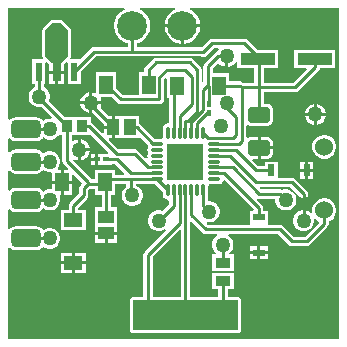
<source format=gtl>
G04*
G04 #@! TF.GenerationSoftware,Altium Limited,CircuitMaker,2.0.3 (2.0.3.51)*
G04*
G04 Layer_Physical_Order=1*
G04 Layer_Color=25308*
%FSLAX44Y44*%
%MOMM*%
G71*
G04*
G04 #@! TF.SameCoordinates,91AE8199-6935-4096-B88E-BAE3D630F751*
G04*
G04*
G04 #@! TF.FilePolarity,Positive*
G04*
G01*
G75*
%ADD13C,0.2540*%
%ADD14R,0.4500X0.5000*%
%ADD15R,1.3500X1.1000*%
%ADD16R,1.6000X1.2000*%
%ADD17R,2.9718X1.0160*%
%ADD18R,0.6000X1.6000*%
%ADD19R,0.7000X1.5000*%
G04:AMPARAMS|DCode=20|XSize=1.8mm|YSize=1.3mm|CornerRadius=0.13mm|HoleSize=0mm|Usage=FLASHONLY|Rotation=180.000|XOffset=0mm|YOffset=0mm|HoleType=Round|Shape=RoundedRectangle|*
%AMROUNDEDRECTD20*
21,1,1.8000,1.0400,0,0,180.0*
21,1,1.5400,1.3000,0,0,180.0*
1,1,0.2600,-0.7700,0.5200*
1,1,0.2600,0.7700,0.5200*
1,1,0.2600,0.7700,-0.5200*
1,1,0.2600,-0.7700,-0.5200*
%
%ADD20ROUNDEDRECTD20*%
%ADD21R,1.2000X1.6000*%
%ADD22R,0.9000X1.0000*%
%ADD23R,1.1000X1.3500*%
%ADD24R,1.0000X0.6000*%
%ADD25R,0.6000X1.0000*%
%ADD26O,0.3000X1.1500*%
%ADD27O,1.1500X0.3000*%
%ADD28R,3.1500X3.1500*%
%ADD29R,1.3000X0.9000*%
%ADD30R,0.5000X0.4500*%
%ADD51C,1.5240*%
%ADD52C,2.5240*%
G04:AMPARAMS|DCode=53|XSize=2.524mm|YSize=1.524mm|CornerRadius=0.381mm|HoleSize=0mm|Usage=FLASHONLY|Rotation=0.000|XOffset=0mm|YOffset=0mm|HoleType=Round|Shape=RoundedRectangle|*
%AMROUNDEDRECTD53*
21,1,2.5240,0.7620,0,0,0.0*
21,1,1.7620,1.5240,0,0,0.0*
1,1,0.7620,0.8810,-0.3810*
1,1,0.7620,-0.8810,-0.3810*
1,1,0.7620,-0.8810,0.3810*
1,1,0.7620,0.8810,0.3810*
%
%ADD53ROUNDEDRECTD53*%
%ADD54C,1.2700*%
%ADD55C,0.5500*%
G36*
X280000D02*
X0D01*
Y76738D01*
X1270Y77124D01*
X1612Y76612D01*
X3712Y75208D01*
X6190Y74716D01*
X23810D01*
X26288Y75208D01*
X28388Y76612D01*
X29218Y77854D01*
X29541Y77886D01*
X31569Y76716D01*
X33830Y76110D01*
X36170D01*
X38431Y76716D01*
X40459Y77886D01*
X42114Y79541D01*
X43284Y81569D01*
X43890Y83830D01*
Y86170D01*
X43284Y88431D01*
X42114Y90459D01*
X40459Y92114D01*
X38431Y93284D01*
X36170Y93890D01*
X33830D01*
X31569Y93284D01*
X29541Y92114D01*
X29218Y92146D01*
X28388Y93388D01*
X26288Y94792D01*
X23810Y95284D01*
X6190D01*
X3712Y94792D01*
X1612Y93388D01*
X1270Y92876D01*
X0Y93262D01*
Y109238D01*
X1270Y109624D01*
X1612Y109112D01*
X3712Y107708D01*
X6190Y107216D01*
X23810D01*
X26288Y107708D01*
X28388Y109112D01*
X29218Y110354D01*
X29541Y110386D01*
X31569Y109216D01*
X33830Y108610D01*
X36170D01*
X38431Y109216D01*
X40459Y110386D01*
X42114Y112041D01*
X43284Y114069D01*
X43890Y116330D01*
Y118670D01*
X43393Y120524D01*
X44101Y121794D01*
X44484D01*
Y131064D01*
X37214D01*
Y127154D01*
X36206Y126380D01*
X36170Y126390D01*
X33830D01*
X31569Y125784D01*
X29541Y124614D01*
X29218Y124646D01*
X28388Y125888D01*
X26288Y127292D01*
X23810Y127784D01*
X6190D01*
X3712Y127292D01*
X1612Y125888D01*
X1270Y125376D01*
X0Y125762D01*
Y141738D01*
X1270Y142124D01*
X1612Y141612D01*
X3712Y140208D01*
X6190Y139716D01*
X23810D01*
X26288Y140208D01*
X28388Y141612D01*
X29218Y142854D01*
X29541Y142886D01*
X31569Y141716D01*
X33830Y141110D01*
X36170D01*
X36206Y141120D01*
X37214Y140346D01*
Y133604D01*
X44484D01*
Y142874D01*
X42242D01*
X41716Y144144D01*
X42114Y144541D01*
X43284Y146569D01*
X43890Y148830D01*
Y151170D01*
X43284Y153431D01*
X42114Y155459D01*
X40459Y157114D01*
X38431Y158284D01*
X36170Y158890D01*
X33830D01*
X31569Y158284D01*
X29541Y157114D01*
X29218Y157146D01*
X28388Y158388D01*
X26288Y159792D01*
X23810Y160284D01*
X6190D01*
X3712Y159792D01*
X1612Y158388D01*
X1270Y157876D01*
X0Y158262D01*
Y169238D01*
X1270Y169624D01*
X1612Y169112D01*
X3712Y167708D01*
X6190Y167216D01*
X23810D01*
X26288Y167708D01*
X28388Y169112D01*
X29218Y170354D01*
X29541Y170386D01*
X31569Y169216D01*
X33830Y168610D01*
X36170D01*
X38431Y169216D01*
X40459Y170386D01*
X41776Y171704D01*
X42698Y172546D01*
X45853D01*
Y150262D01*
X46149Y148776D01*
X46991Y147515D01*
X50459Y144047D01*
X49973Y142874D01*
X47024D01*
Y133604D01*
X54294D01*
Y138553D01*
X55467Y139039D01*
X62629Y131877D01*
X61261Y130509D01*
X60419Y129249D01*
X60123Y127762D01*
Y123021D01*
X52371Y115269D01*
X51529Y114009D01*
X51234Y112522D01*
Y108836D01*
X44578D01*
Y91756D01*
X65658D01*
Y108836D01*
X59003D01*
Y110913D01*
X66755Y118665D01*
X67597Y119925D01*
X67893Y121412D01*
Y126153D01*
X68919Y127179D01*
X73214D01*
Y121794D01*
X79173D01*
Y111418D01*
X73768D01*
Y95338D01*
Y90648D01*
X83058D01*
X92348D01*
Y95338D01*
Y111418D01*
X86943D01*
Y121794D01*
X90294D01*
Y131115D01*
X99747D01*
Y128701D01*
X99443Y128526D01*
X97788Y126871D01*
X96618Y124843D01*
X96012Y122582D01*
Y120242D01*
X96618Y117981D01*
X97788Y115953D01*
X99443Y114298D01*
X101471Y113128D01*
X103732Y112522D01*
X106072D01*
X108333Y113128D01*
X110361Y114298D01*
X112016Y115953D01*
X113186Y117981D01*
X113792Y120242D01*
Y122582D01*
X113186Y124843D01*
X112016Y126871D01*
X110361Y128526D01*
X108333Y129696D01*
X107777Y129845D01*
X107944Y131115D01*
X120571D01*
X121750Y130881D01*
X124625D01*
X130881Y124625D01*
Y121750D01*
X131194Y120174D01*
X132087Y118838D01*
X133424Y117945D01*
X135000Y117631D01*
X135134Y117658D01*
X136116Y116852D01*
Y114109D01*
X130426Y108420D01*
X128670Y108890D01*
X126330D01*
X124069Y108284D01*
X122041Y107114D01*
X120386Y105459D01*
X119216Y103431D01*
X118610Y101170D01*
Y98830D01*
X119216Y96569D01*
X120386Y94541D01*
X122041Y92886D01*
X124069Y91716D01*
X126330Y91110D01*
X128670D01*
X130931Y91716D01*
X132679Y92725D01*
X133459Y91709D01*
X115503Y73753D01*
X114661Y72493D01*
X114365Y71006D01*
Y35290D01*
X105550D01*
X104559Y35093D01*
X103719Y34531D01*
X103158Y33691D01*
X102961Y32700D01*
Y7300D01*
X103158Y6309D01*
X103719Y5469D01*
X104559Y4907D01*
X105550Y4710D01*
X194450D01*
X195441Y4907D01*
X196282Y5469D01*
X196843Y6309D01*
X197040Y7300D01*
Y32700D01*
X196843Y33691D01*
X196282Y34531D01*
X195441Y35093D01*
X194450Y35290D01*
X185635D01*
Y41852D01*
X190904D01*
Y55932D01*
X172824D01*
Y41852D01*
X177865D01*
Y35290D01*
X153885D01*
Y98962D01*
X155058Y99448D01*
X164753Y89753D01*
X166013Y88911D01*
X167500Y88615D01*
X176635D01*
X176975Y87345D01*
X176151Y86870D01*
X174496Y85215D01*
X173326Y83187D01*
X172720Y80926D01*
Y78586D01*
X173326Y76325D01*
X174496Y74297D01*
X176091Y72702D01*
X176073Y72429D01*
X175707Y71432D01*
X172824D01*
Y57352D01*
X190904D01*
Y71432D01*
X187513D01*
X187147Y72429D01*
X187129Y72702D01*
X188724Y74297D01*
X189894Y76325D01*
X190500Y78586D01*
Y80926D01*
X189894Y83187D01*
X188724Y85215D01*
X187069Y86870D01*
X186245Y87345D01*
X186585Y88615D01*
X228391D01*
X237253Y79753D01*
X238513Y78911D01*
X240000Y78615D01*
X252500D01*
X253987Y78911D01*
X255247Y79753D01*
X270247Y94753D01*
X271089Y96013D01*
X271385Y97500D01*
Y99272D01*
X271422Y99282D01*
X273738Y100620D01*
X275630Y102512D01*
X276968Y104828D01*
X277660Y107412D01*
Y110088D01*
X276968Y112672D01*
X275630Y114988D01*
X273738Y116880D01*
X271422Y118218D01*
X268838Y118910D01*
X266162D01*
X263578Y118218D01*
X261262Y116880D01*
X259370Y114988D01*
X258032Y112672D01*
X257340Y110088D01*
Y107412D01*
X257481Y106888D01*
X256342Y106230D01*
X255459Y107114D01*
X253431Y108284D01*
X251170Y108890D01*
X248830D01*
X246569Y108284D01*
X244541Y107114D01*
X242886Y105459D01*
X241716Y103431D01*
X241110Y101170D01*
Y98830D01*
X241716Y96569D01*
X242886Y94541D01*
X244541Y92886D01*
X246569Y91716D01*
X248830Y91110D01*
X251170D01*
X253431Y91716D01*
X255459Y92886D01*
X257114Y94541D01*
X258284Y96569D01*
X258890Y98830D01*
Y101170D01*
X258881Y101205D01*
X260019Y101862D01*
X261262Y100620D01*
X262573Y99863D01*
X262782Y98276D01*
X250891Y86385D01*
X241609D01*
X232747Y95247D01*
X231487Y96089D01*
X230000Y96385D01*
X220414D01*
X219630Y97330D01*
Y108410D01*
X215975D01*
Y110744D01*
X215679Y112231D01*
X214837Y113491D01*
X210514Y117814D01*
X210650Y118113D01*
X211262Y118862D01*
X212500Y118615D01*
X226110D01*
Y116330D01*
X226716Y114069D01*
X227886Y112041D01*
X229541Y110386D01*
X231569Y109216D01*
X233830Y108610D01*
X236170D01*
X238431Y109216D01*
X240459Y110386D01*
X242114Y112041D01*
X243284Y114069D01*
X243890Y116330D01*
Y118670D01*
X243284Y120931D01*
X242114Y122959D01*
X240459Y124614D01*
X238431Y125784D01*
X236170Y126390D01*
X233830D01*
X231836Y125856D01*
X231487Y126089D01*
X230000Y126385D01*
X214109D01*
X213052Y127442D01*
X213538Y128615D01*
X238391D01*
X247253Y119753D01*
X248513Y118911D01*
X250000Y118615D01*
X251487Y118911D01*
X252747Y119753D01*
X253589Y121013D01*
X253885Y122500D01*
X253589Y123987D01*
X252747Y125247D01*
X242747Y135247D01*
X241487Y136089D01*
X240000Y136385D01*
X228040D01*
Y150040D01*
X216960D01*
Y146385D01*
X211609D01*
X206768Y151225D01*
X207254Y152399D01*
X211074D01*
Y161514D01*
Y170629D01*
X204644D01*
X203146Y170331D01*
X202655Y170003D01*
X201385Y170682D01*
Y180346D01*
X202655Y181025D01*
X203146Y180697D01*
X204644Y180399D01*
X220044D01*
X221542Y180697D01*
X222813Y181545D01*
X223661Y182816D01*
X223959Y184314D01*
Y194714D01*
X223661Y196212D01*
X222813Y197482D01*
X221542Y198331D01*
X220044Y198629D01*
X216229D01*
Y208967D01*
X242852D01*
X244339Y209263D01*
X245599Y210105D01*
X262747Y227253D01*
X263589Y228513D01*
X263758Y229362D01*
X276733D01*
Y244602D01*
X241935D01*
Y229362D01*
X252209D01*
X252695Y228189D01*
X241243Y216737D01*
X216229D01*
Y229362D01*
X228603D01*
Y244602D01*
X210892D01*
X202747Y252747D01*
X201487Y253589D01*
X200000Y253885D01*
X172500D01*
X171013Y253589D01*
X169753Y252747D01*
X163926Y246920D01*
X108885D01*
Y250316D01*
X109422Y250423D01*
X112181Y251565D01*
X114664Y253225D01*
X116776Y255336D01*
X118435Y257819D01*
X119577Y260578D01*
X120160Y263507D01*
Y266493D01*
X119577Y269422D01*
X118435Y272181D01*
X116776Y274664D01*
X114664Y276775D01*
X112181Y278435D01*
X111468Y278730D01*
X111721Y280000D01*
X140779D01*
X141032Y278730D01*
X140319Y278435D01*
X137836Y276775D01*
X135724Y274664D01*
X134065Y272181D01*
X132923Y269422D01*
X132340Y266493D01*
Y266270D01*
X162660D01*
Y266493D01*
X162077Y269422D01*
X160935Y272181D01*
X159276Y274664D01*
X157164Y276775D01*
X154681Y278435D01*
X153968Y278730D01*
X154221Y280000D01*
X280000D01*
Y0D01*
D02*
G37*
G36*
X178014Y244942D02*
X177798Y244727D01*
X176771Y242948D01*
X176313Y242857D01*
X175053Y242015D01*
X166387Y233349D01*
X165545Y232088D01*
X165249Y230602D01*
Y217382D01*
X164921Y217152D01*
X163651Y217813D01*
Y227838D01*
X163355Y229325D01*
X162513Y230585D01*
X156417Y236681D01*
X155157Y237523D01*
X153670Y237819D01*
X125222D01*
X123735Y237523D01*
X122475Y236681D01*
X116091Y230297D01*
X115249Y229037D01*
X114953Y227550D01*
Y225678D01*
X110298D01*
Y206577D01*
X96893D01*
X91378Y212092D01*
Y225678D01*
X74298D01*
Y209098D01*
X73028Y208392D01*
X71270Y208863D01*
Y201270D01*
X78863D01*
X78312Y203328D01*
X78338Y203658D01*
X78881Y204598D01*
X87885D01*
X92537Y199945D01*
X93798Y199103D01*
X95284Y198807D01*
X128016D01*
X129503Y199103D01*
X130763Y199945D01*
X131605Y201205D01*
X131901Y202692D01*
Y219625D01*
X132815Y220539D01*
X133988Y220053D01*
Y203582D01*
X136116D01*
Y183148D01*
X135134Y182343D01*
X135000Y182369D01*
X133424Y182056D01*
X132087Y181163D01*
X131194Y179827D01*
X130881Y178250D01*
Y170288D01*
X130471Y169529D01*
X129712Y169119D01*
X124157D01*
X111459Y181817D01*
X110798Y182258D01*
Y188360D01*
X90028D01*
Y179070D01*
Y169780D01*
X110798D01*
Y169831D01*
X111972Y170317D01*
X117716Y164573D01*
X117944Y163424D01*
X118561Y162500D01*
X117944Y161576D01*
X117631Y160000D01*
X117944Y158424D01*
X118561Y157500D01*
X117944Y156576D01*
X117631Y155000D01*
X117901Y153642D01*
X117753Y153189D01*
X117575Y153092D01*
X116130Y153016D01*
X109935Y159211D01*
X108675Y160053D01*
X107188Y160349D01*
X93303D01*
X85045Y168606D01*
X85531Y169780D01*
X87488D01*
Y177800D01*
X80718D01*
Y174593D01*
X79545Y174107D01*
X70819Y182833D01*
X69778Y183528D01*
Y187626D01*
X47691D01*
X34199Y201119D01*
X34446Y201547D01*
X35052Y203808D01*
Y206148D01*
X34446Y208409D01*
X33276Y210437D01*
X31621Y212092D01*
X30047Y213001D01*
Y215530D01*
X31434D01*
Y233708D01*
X32607Y234194D01*
X34854Y231948D01*
Y226840D01*
X40894D01*
X46934D01*
Y231947D01*
X49181Y234194D01*
X50354Y233708D01*
Y215530D01*
X61434D01*
Y226117D01*
X74468Y239150D01*
X163155D01*
X163513Y238911D01*
X165000Y238615D01*
X166487Y238911D01*
X167747Y239753D01*
X174109Y246115D01*
X177528D01*
X178014Y244942D01*
D02*
G37*
G36*
X98532Y278730D02*
X97819Y278435D01*
X95336Y276775D01*
X93224Y274664D01*
X91565Y272181D01*
X90423Y269422D01*
X89840Y266493D01*
Y263507D01*
X90423Y260578D01*
X91565Y257819D01*
X93224Y255336D01*
X95336Y253225D01*
X97819Y251565D01*
X100578Y250423D01*
X101115Y250316D01*
Y246920D01*
X72859D01*
X71372Y246624D01*
X70112Y245782D01*
X60940Y236610D01*
X53333D01*
X52654Y237880D01*
X52787Y238079D01*
X52984Y239070D01*
Y261070D01*
X52787Y262061D01*
X52225Y262901D01*
X46225Y268901D01*
X45385Y269463D01*
X44394Y269660D01*
X37394D01*
X36403Y269463D01*
X35563Y268901D01*
X29563Y262901D01*
X29001Y262061D01*
X28804Y261070D01*
Y239070D01*
X29001Y238079D01*
X29134Y237880D01*
X28455Y236610D01*
X20354D01*
Y215530D01*
X22277D01*
Y213001D01*
X20703Y212092D01*
X19048Y210437D01*
X17878Y208409D01*
X17272Y206148D01*
Y203808D01*
X17878Y201547D01*
X19048Y199519D01*
X20703Y197864D01*
X22731Y196694D01*
X24992Y196088D01*
X27332D01*
X28050Y196280D01*
X36792Y187538D01*
X36205Y186453D01*
X36144Y186390D01*
X33830D01*
X31569Y185784D01*
X29541Y184614D01*
X29218Y184646D01*
X28388Y185888D01*
X26288Y187292D01*
X23810Y187784D01*
X6190D01*
X3712Y187292D01*
X1612Y185888D01*
X1270Y185376D01*
X0Y185762D01*
Y280000D01*
X98279D01*
X98532Y278730D01*
D02*
G37*
G36*
X50394Y261070D02*
Y239070D01*
X44394Y233070D01*
X37394D01*
X31394Y239070D01*
Y261070D01*
X37394Y267070D01*
X44394D01*
X50394Y261070D01*
D02*
G37*
G36*
X186182Y230405D02*
X188343Y230984D01*
X190371Y232154D01*
X192026Y233809D01*
X192535Y234692D01*
X193805Y234351D01*
Y229362D01*
X208459D01*
Y216737D01*
X199109D01*
X198977Y216869D01*
X197717Y217711D01*
X196230Y218007D01*
X187068D01*
Y224662D01*
X173018D01*
Y228993D01*
X177817Y233791D01*
X179453Y232154D01*
X181481Y230984D01*
X183642Y230405D01*
Y239268D01*
X186182D01*
Y230405D01*
D02*
G37*
G36*
X69778Y172546D02*
Y172546D01*
X70760Y171904D01*
X84809Y157855D01*
X84323Y156682D01*
X76260D01*
Y151892D01*
Y147102D01*
X87530D01*
Y148007D01*
X90339D01*
X98288Y140058D01*
X97802Y138885D01*
X90294D01*
Y142874D01*
X73214D01*
Y134949D01*
X70383D01*
X70057Y135437D01*
X54393Y151101D01*
X54465Y151464D01*
X55888Y152109D01*
X56569Y151716D01*
X58730Y151137D01*
Y160000D01*
Y168863D01*
X56569Y168284D01*
X54892Y167316D01*
X53622Y167844D01*
Y172546D01*
X69778D01*
X69778Y172546D01*
D02*
G37*
G36*
X207660Y109680D02*
X207134Y108410D01*
X204550D01*
Y97330D01*
X203766Y96385D01*
X169109D01*
X167967Y97526D01*
X168625Y98665D01*
X168830Y98610D01*
X171170D01*
X173431Y99216D01*
X175459Y100386D01*
X177114Y102041D01*
X178284Y104069D01*
X178890Y106330D01*
Y108670D01*
X178284Y110931D01*
X177114Y112959D01*
X175459Y114614D01*
X173431Y115784D01*
X171170Y116390D01*
X168885D01*
Y120571D01*
X169119Y121750D01*
Y129712D01*
X169529Y130471D01*
X170289Y130881D01*
X178250D01*
X179827Y131194D01*
X181163Y132087D01*
X182056Y133424D01*
X182102Y133655D01*
X183317Y134023D01*
X207660Y109680D01*
D02*
G37*
G36*
X146115Y91718D02*
Y35290D01*
X122135D01*
Y69397D01*
X144942Y92204D01*
X146115Y91718D01*
D02*
G37*
G36*
X194450Y7300D02*
X105550D01*
Y32700D01*
X194450D01*
Y7300D01*
D02*
G37*
%LPC*%
G36*
X162660Y263730D02*
X148770D01*
Y249840D01*
X148993D01*
X151922Y250423D01*
X154681Y251565D01*
X157164Y253225D01*
X159276Y255336D01*
X160935Y257819D01*
X162077Y260578D01*
X162660Y263507D01*
Y263730D01*
D02*
G37*
G36*
X146230D02*
X132340D01*
Y263507D01*
X132923Y260578D01*
X134065Y257819D01*
X135724Y255336D01*
X137836Y253225D01*
X140319Y251565D01*
X143078Y250423D01*
X146007Y249840D01*
X146230D01*
Y263730D01*
D02*
G37*
G36*
X261270Y198863D02*
Y191270D01*
X268863D01*
X268284Y193431D01*
X267114Y195459D01*
X265459Y197114D01*
X263431Y198284D01*
X261270Y198863D01*
D02*
G37*
G36*
X258730D02*
X256569Y198284D01*
X254541Y197114D01*
X252886Y195459D01*
X251716Y193431D01*
X251137Y191270D01*
X258730D01*
Y198863D01*
D02*
G37*
G36*
X268863Y188730D02*
X261270D01*
Y181137D01*
X263431Y181716D01*
X265459Y182886D01*
X267114Y184541D01*
X268284Y186569D01*
X268863Y188730D01*
D02*
G37*
G36*
X258730D02*
X251137D01*
X251716Y186569D01*
X252886Y184541D01*
X254541Y182886D01*
X256569Y181716D01*
X258730Y181137D01*
Y188730D01*
D02*
G37*
G36*
X220044Y170629D02*
X213614D01*
Y162784D01*
X223959D01*
Y166714D01*
X223661Y168212D01*
X222813Y169482D01*
X221542Y170331D01*
X220044Y170629D01*
D02*
G37*
G36*
X223959Y160244D02*
X213614D01*
Y152399D01*
X220044D01*
X221542Y152697D01*
X222813Y153545D01*
X223661Y154816D01*
X223959Y156314D01*
Y160244D01*
D02*
G37*
G36*
X268838Y172660D02*
X266162D01*
X263578Y171968D01*
X261262Y170630D01*
X259370Y168738D01*
X258032Y166422D01*
X257340Y163838D01*
Y161162D01*
X258032Y158578D01*
X259370Y156262D01*
X261262Y154370D01*
X263578Y153032D01*
X266162Y152340D01*
X268838D01*
X271422Y153032D01*
X273738Y154370D01*
X275630Y156262D01*
X276968Y158578D01*
X277660Y161162D01*
Y163838D01*
X276968Y166422D01*
X275630Y168738D01*
X273738Y170630D01*
X271422Y171968D01*
X268838Y172660D01*
D02*
G37*
G36*
X258040Y150040D02*
X253770D01*
Y143770D01*
X258040D01*
Y150040D01*
D02*
G37*
G36*
X251230D02*
X246960D01*
Y143770D01*
X251230D01*
Y150040D01*
D02*
G37*
G36*
X258040Y141230D02*
X253770D01*
Y134960D01*
X258040D01*
Y141230D01*
D02*
G37*
G36*
X251230D02*
X246960D01*
Y134960D01*
X251230D01*
Y141230D01*
D02*
G37*
G36*
X54294Y131064D02*
X47024D01*
Y121794D01*
X54294D01*
Y131064D01*
D02*
G37*
G36*
X92348Y88108D02*
X84328D01*
Y81338D01*
X92348D01*
Y88108D01*
D02*
G37*
G36*
X81788D02*
X73768D01*
Y81338D01*
X81788D01*
Y88108D01*
D02*
G37*
G36*
X219630Y78410D02*
X213360D01*
Y74140D01*
X219630D01*
Y78410D01*
D02*
G37*
G36*
X210820D02*
X204550D01*
Y74140D01*
X210820D01*
Y78410D01*
D02*
G37*
G36*
X219630Y71600D02*
X213360D01*
Y67330D01*
X219630D01*
Y71600D01*
D02*
G37*
G36*
X210820D02*
X204550D01*
Y67330D01*
X210820D01*
Y71600D01*
D02*
G37*
G36*
X65658Y72836D02*
X56388D01*
Y65566D01*
X65658D01*
Y72836D01*
D02*
G37*
G36*
X53848D02*
X44578D01*
Y65566D01*
X53848D01*
Y72836D01*
D02*
G37*
G36*
X65658Y63026D02*
X56388D01*
Y55756D01*
X65658D01*
Y63026D01*
D02*
G37*
G36*
X53848D02*
X44578D01*
Y55756D01*
X53848D01*
Y63026D01*
D02*
G37*
G36*
X46934Y224300D02*
X42164D01*
Y215530D01*
X46934D01*
Y224300D01*
D02*
G37*
G36*
X39624D02*
X34854D01*
Y215530D01*
X39624D01*
Y224300D01*
D02*
G37*
G36*
X68730Y208863D02*
X66569Y208284D01*
X64541Y207114D01*
X62886Y205459D01*
X61716Y203431D01*
X61137Y201270D01*
X68730D01*
Y208863D01*
D02*
G37*
G36*
Y198730D02*
X61137D01*
X61716Y196569D01*
X62886Y194541D01*
X64541Y192886D01*
X66569Y191716D01*
X68730Y191137D01*
Y198730D01*
D02*
G37*
G36*
X78863D02*
X71270D01*
Y191064D01*
X80718Y181616D01*
Y180340D01*
X87488D01*
Y188360D01*
X84962D01*
X77724Y195598D01*
X78284Y196569D01*
X78863Y198730D01*
D02*
G37*
G36*
X61270Y168863D02*
Y161270D01*
X68863D01*
X68284Y163431D01*
X67114Y165459D01*
X65459Y167114D01*
X63431Y168284D01*
X61270Y168863D01*
D02*
G37*
G36*
X73720Y156682D02*
X69950D01*
Y153162D01*
X73720D01*
Y156682D01*
D02*
G37*
G36*
X68863Y158730D02*
X61270D01*
Y151137D01*
X63431Y151716D01*
X65459Y152886D01*
X67114Y154541D01*
X68284Y156569D01*
X68863Y158730D01*
D02*
G37*
G36*
X73720Y150622D02*
X69950D01*
Y147102D01*
X73720D01*
Y150622D01*
D02*
G37*
%LPD*%
D13*
X250000Y100000D02*
Y122500D01*
X267500Y97500D02*
Y108750D01*
X252500Y82500D02*
X267500Y97500D01*
X240000Y82500D02*
X252500D01*
X230000Y92500D02*
X240000Y82500D01*
X167500Y92500D02*
X230000D01*
X174000Y160000D02*
X192500D01*
X127500Y100000D02*
X140000Y112500D01*
Y126000D01*
X155000D02*
X155000Y126000D01*
Y105000D02*
Y126000D01*
Y105000D02*
X167500Y92500D01*
X185000Y195000D02*
Y200000D01*
Y195000D02*
X192500Y187500D01*
Y172500D02*
Y187500D01*
X190000Y170000D02*
X192500Y172500D01*
X169000Y170000D02*
X190000D01*
X176496Y212852D02*
X178528D01*
X196230Y214122D02*
X197500Y212852D01*
X178528Y214122D02*
X196230D01*
X197500Y212852D02*
X242852D01*
X197500Y167500D02*
Y212852D01*
X195000Y165000D02*
X197500Y167500D01*
X174000Y165000D02*
X195000D01*
X165000Y174000D02*
X169000Y170000D01*
X170000Y198750D02*
Y214134D01*
X168451Y191250D02*
X170000D01*
X160000Y182800D02*
X168451Y191250D01*
X160000Y174000D02*
Y182800D01*
X174000Y145000D02*
X190000D01*
X212500Y122500D01*
X230000D01*
X235000Y117500D01*
X240000Y132500D02*
X250000Y122500D01*
X210000Y132500D02*
X240000D01*
X187500Y155000D02*
X210000Y132500D01*
X174000Y155000D02*
X187500D01*
X192500Y160000D02*
X210000Y142500D01*
X222500D01*
X174000Y145000D02*
X174000Y145000D01*
X165000Y112500D02*
X170000Y107500D01*
X165000Y112500D02*
Y126000D01*
X15000Y85000D02*
X15000Y85000D01*
X35000D01*
X15000Y117500D02*
X35000D01*
X15000Y150000D02*
X35000D01*
X15000Y177500D02*
X35000D01*
X165000Y210866D02*
X169134Y215000D01*
X165000Y204000D02*
Y210866D01*
Y204000D02*
X165210Y203790D01*
Y193503D02*
Y203790D01*
X169134Y215000D02*
X170000Y214134D01*
X169134Y215000D02*
Y230602D01*
X155000Y183293D02*
X165210Y193503D01*
X105000Y243035D02*
X164465D01*
X72859D02*
X105000D01*
Y265000D01*
X200000Y250000D02*
X210000Y240000D01*
X55894Y226070D02*
X72859Y243035D01*
X172500Y250000D02*
X200000D01*
X165000Y242500D02*
X172500Y250000D01*
X164465Y243035D02*
X165000Y242500D01*
X177800Y239268D02*
X184912D01*
X169134Y230602D02*
X177800Y239268D01*
X155000Y174000D02*
Y183293D01*
X210000Y240000D02*
X210000D01*
X211204Y238796D01*
Y236982D02*
Y238796D01*
X67310Y131064D02*
X81754D01*
X49738Y150262D02*
Y180086D01*
Y150262D02*
X67310Y132690D01*
Y131064D02*
Y132690D01*
X70000Y197828D02*
X88758Y179070D01*
X70000Y197828D02*
Y200000D01*
X242852Y212852D02*
X260000Y230000D01*
Y236316D01*
X259334Y236982D02*
X260000Y236316D01*
X150000Y126000D02*
X150000Y126000D01*
X150000Y20000D02*
Y126000D01*
X212090Y102870D02*
Y110744D01*
X182834Y140000D02*
X212090Y110744D01*
X174000Y140000D02*
X182834D01*
X103840D02*
X126000D01*
X91948Y151892D02*
X103840Y140000D01*
X82490Y151892D02*
X91948D01*
X103632Y135000D02*
X126000D01*
X84420D02*
X103632D01*
X81754Y132334D02*
X84420Y135000D01*
X103632Y122682D02*
Y135000D01*
Y122682D02*
X104902Y121412D01*
X181610Y79756D02*
X181864Y79502D01*
X118652Y145000D02*
X126000D01*
X107188Y156464D02*
X118652Y145000D01*
X91694Y156464D02*
X107188D01*
X26162Y203662D02*
Y204978D01*
Y203662D02*
X49738Y180086D01*
X62738D02*
X68072D01*
X91694Y156464D01*
X102758Y179070D02*
X108712D01*
X122782Y165000D01*
X126000D01*
X140000Y211594D02*
X142528Y214122D01*
X140000Y174000D02*
Y211594D01*
X149860Y227330D02*
X155702Y221488D01*
X145000Y174000D02*
Y188434D01*
X155702Y199136D01*
Y221488D01*
X153670Y233934D02*
X159766Y227838D01*
Y192024D02*
Y227838D01*
X151778Y184036D02*
X159766Y192024D01*
X150000Y184036D02*
X151778D01*
X95284Y202692D02*
X128016D01*
Y221234D01*
X134112Y227330D01*
X149860D01*
X150000Y174000D02*
Y184036D01*
X125222Y233934D02*
X153670D01*
X82838Y215138D02*
X95284Y202692D01*
X118838Y227550D02*
X125222Y233934D01*
X118838Y215138D02*
Y227550D01*
X25894Y226070D02*
X26162Y225802D01*
Y204978D02*
Y225802D01*
X211204Y236982D02*
X212344Y235842D01*
Y189514D02*
Y235842D01*
X175226Y214122D02*
X176496Y212852D01*
X64008Y121412D02*
Y127762D01*
X67310Y131064D01*
X55118Y112522D02*
X64008Y121412D01*
X55118Y100296D02*
Y112522D01*
X83058Y103378D02*
Y131030D01*
X181864Y64392D02*
Y79502D01*
X181750Y48778D02*
X181864Y48892D01*
X181750Y20000D02*
Y48778D01*
X135000Y126000D02*
X135000D01*
X126000Y135000D02*
X135000Y126000D01*
X145000Y97756D02*
Y126000D01*
X118250Y71006D02*
X145000Y97756D01*
X118250Y20000D02*
Y71006D01*
D14*
X170000Y198750D02*
D03*
Y191250D02*
D03*
D15*
X83058Y103378D02*
D03*
Y89378D02*
D03*
D16*
X55118Y64296D02*
D03*
Y100296D02*
D03*
D17*
X259334Y236982D02*
D03*
X211204D02*
D03*
D18*
X25894Y226070D02*
D03*
X55894D02*
D03*
D19*
X40894Y225570D02*
D03*
D20*
X212344Y161514D02*
D03*
Y189514D02*
D03*
D21*
X178528Y214122D02*
D03*
X142528D02*
D03*
X82838Y215138D02*
D03*
X118838D02*
D03*
X45754Y132334D02*
D03*
X81754D02*
D03*
D22*
X62738Y180086D02*
D03*
X49738D02*
D03*
D23*
X102758Y179070D02*
D03*
X88758D02*
D03*
D24*
X212090Y102870D02*
D03*
Y72870D02*
D03*
D25*
X222500Y142500D02*
D03*
X252500D02*
D03*
D26*
X165000Y174000D02*
D03*
X160000D02*
D03*
X155000D02*
D03*
X150000D02*
D03*
X145000D02*
D03*
X140000D02*
D03*
X135000D02*
D03*
Y126000D02*
D03*
X140000D02*
D03*
X145000D02*
D03*
X150000D02*
D03*
X155000D02*
D03*
X160000D02*
D03*
X165000D02*
D03*
D27*
X126000Y165000D02*
D03*
Y160000D02*
D03*
Y155000D02*
D03*
Y150000D02*
D03*
Y145000D02*
D03*
Y140000D02*
D03*
Y135000D02*
D03*
X174000D02*
D03*
Y140000D02*
D03*
Y145000D02*
D03*
Y150000D02*
D03*
Y155000D02*
D03*
Y160000D02*
D03*
Y165000D02*
D03*
D28*
X150000Y150000D02*
D03*
D29*
X181864Y48892D02*
D03*
Y64392D02*
D03*
D30*
X82490Y151892D02*
D03*
X74990D02*
D03*
D51*
X267500Y108750D02*
D03*
Y162500D02*
D03*
X150000Y20000D02*
D03*
X118250D02*
D03*
X181750D02*
D03*
D52*
X147500Y265000D02*
D03*
X105000D02*
D03*
D53*
X15000Y85000D02*
D03*
Y117500D02*
D03*
Y150000D02*
D03*
Y177500D02*
D03*
D54*
X250000Y100000D02*
D03*
X180000Y180000D02*
D03*
X127500Y100000D02*
D03*
X260000Y190000D02*
D03*
X185000Y200000D02*
D03*
X170000Y107500D02*
D03*
X235000Y117500D02*
D03*
X35000Y85000D02*
D03*
Y117500D02*
D03*
Y150000D02*
D03*
Y177500D02*
D03*
X184912Y239268D02*
D03*
X60000Y160000D02*
D03*
X70000Y200000D02*
D03*
X104902Y121412D02*
D03*
X181610Y79756D02*
D03*
X26162Y204978D02*
D03*
D55*
X161000Y161000D02*
D03*
Y150000D02*
D03*
Y139000D02*
D03*
X150000Y161000D02*
D03*
Y150000D02*
D03*
Y139000D02*
D03*
X139000Y161000D02*
D03*
Y150000D02*
D03*
Y139000D02*
D03*
M02*

</source>
